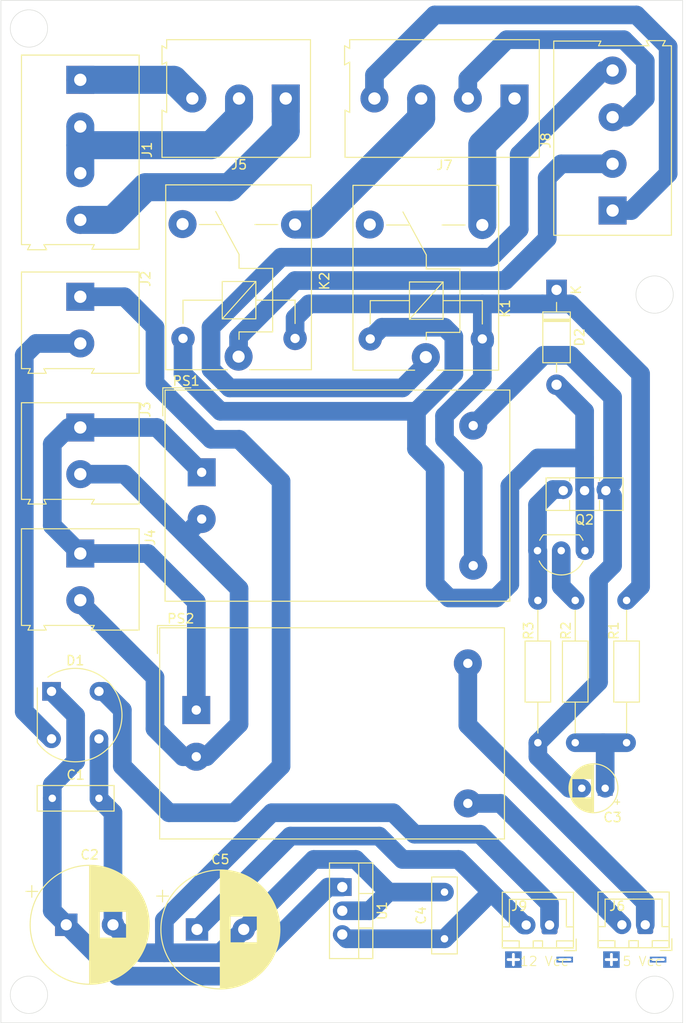
<source format=kicad_pcb>
(kicad_pcb (version 20241229) (generator "pcbnew") (generator_version "9.0")
  (layers (0 "F.Cu" signal) (2 "B.Cu" signal) (13 "F.Paste" user) (15 "B.Paste" user) (5 "F.SilkS" user "F.Silkscreen") (7 "B.SilkS" user "B.Silkscreen") (1 "F.Mask" user) (3 "B.Mask" user) (25 "Edge.Cuts" user))
  (net 0 "")
  (net 1 "Net-(D1-+)")
  (net 2 "12V GND")
  (net 3 "0")
  (net 4 "Net-(C3-Pad1)")
  (net 5 "Net-(J2-Pin_1)")
  (net 6 "Net-(J2-Pin_2)")
  (net 7 "Net-(D2-K)")
  (net 8 "Net-(D2-A)")
  (net 9 "Power GND")
  (net 10 "L2 -")
  (net 11 "IN SP R+")
  (net 12 "IN SP L+")
  (net 13 "OUT SP R+")
  (net 14 "OUT SP L+")
  (net 17 "Net-(Q1-E)")
  (net 18 "Net-(Q1-B)")
  (net 19 "L1 +")
  (net 20 "SP L-")
  (net 21 "SP R-")
  (net 22 "+12V")
  (net 23 "+5V")
  (net 24 "5V Gnd")
  (net 25 "230V AC (N)")
  (net 26 "230VAC")
  (footprint "Resistor_THT:R_Axial_DIN0207_L6.3mm_D2.5mm_P15.24mm_Horizontal" (layer "F.Cu") (at 91 91.26 -90)
    (property "Reference" "R3" (at 3.24 1 90) (layer "F.SilkS"))
    (property "Value" "100k")
    (pad "1" thru_hole circle (at 0 0 270) (size 1.6 1.6) (drill 0.8) (layers "*.Cu" "*.Mask") (net 17 "Net-(Q1-E)"))
    (pad "2" thru_hole oval (at 15.24 0 270) (size 1.6 1.6) (drill 0.8) (layers "*.Cu" "*.Mask") (net 3 "0"))
  )
  (footprint "Connector_JST:JST_XH_B2B-XH-A_1x02_P2.50mm_Vertical" (layer "F.Cu") (at 102.5 126 180)
    (property "Reference" "J6" (at 3 2 0) (layer "F.SilkS"))
    (property "Value" "OUT 5V CC")
    (pad "1" thru_hole roundrect (at 0 0 180) (size 1.7 2) (drill 1) (layers "*.Cu" "*.Mask") (roundrect_rratio 0.147059) (net 24 "5V Gnd"))
    (pad "2" thru_hole oval (at 2.5 0 180) (size 1.7 2) (drill 1) (layers "*.Cu" "*.Mask") (net 23 "+5V"))
  )
  (footprint "Components:TO-126-3_Vertical" (layer "F.Cu") (at 98.28 79.5 180)
    (property "Reference" "Q2" (at 2.28 -3.12 0) (layer "F.SilkS"))
    (property "Value" "BD235")
    (pad "1" thru_hole oval (at 2.28 0 180) (size 1.71 1.8) (drill 1) (layers "*.Cu" "*.Mask") (net 8 "Net-(D2-A)"))
    (pad "2" thru_hole oval (at 4.56 0 180) (size 1.71 1.8) (drill 1) (layers "*.Cu" "*.Mask") (net 17 "Net-(Q1-E)"))
    (pad "3" thru_hole rect (at 0 0 180) (size 1.71 1.8) (drill 1) (layers "*.Cu" "*.Mask") (net 3 "0"))
  )
  (footprint "Capacitor_THT:CP_Radial_D5.0mm_P2.50mm" (layer "F.Cu") (at 98.205113 111.38 180)
    (property "Reference" "C3" (at -0.794887 -3.12 0) (layer "F.SilkS"))
    (property "Value" "47u")
    (pad "1" thru_hole rect (at 0 0 180) (size 1.6 1.6) (drill 0.8) (layers "*.Cu" "*.Mask") (net 4 "Net-(C3-Pad1)"))
    (pad "2" thru_hole circle (at 2.5 0 180) (size 1.6 1.6) (drill 0.8) (layers "*.Cu" "*.Mask") (net 3 "0"))
  )
  (footprint "Package_TO_SOT_THT:TO-92L_Inline_Wide" (layer "F.Cu") (at 96.04 85.93 180)
    (property "Reference" "Q1" (hide yes))
    (property "Value" "BC171")
    (pad "1" thru_hole rect (at 0 0 180) (size 1.5 1.5) (drill 0.8) (layers "*.Cu" "*.Mask") (net 8 "Net-(D2-A)"))
    (pad "2" thru_hole circle (at 2.54 0 180) (size 1.5 1.5) (drill 0.8) (layers "*.Cu" "*.Mask") (net 18 "Net-(Q1-B)"))
    (pad "3" thru_hole circle (at 5.08 0 180) (size 1.5 1.5) (drill 0.8) (layers "*.Cu" "*.Mask") (net 17 "Net-(Q1-E)"))
  )
  (footprint "Components:TerminalBlock_Altech_AK300-4_P5.00mm" (layer "F.Cu") (at 42 35.5 -90)
    (property "Reference" "J1" (at 7.5 -7.15 90) (layer "F.SilkS"))
    (property "Value" "From Trfo Output")
    (pad "1" thru_hole rect (at 0 0 270) (size 3 3) (drill 1.32) (layers "*.Cu" "*.Mask") (net 19 "L1 +"))
    (pad "2" thru_hole circle (at 5 0 270) (size 3 3) (drill 1.32) (layers "*.Cu" "*.Mask") (net 9 "Power GND"))
    (pad "3" thru_hole circle (at 10 0 270) (size 3 3) (drill 1.32) (layers "*.Cu" "*.Mask") (net 9 "Power GND"))
    (pad "4" thru_hole circle (at 15 0 270) (size 3 3) (drill 1.32) (layers "*.Cu" "*.Mask") (net 10 "L2 -"))
  )
  (footprint "Resistor_THT:R_Axial_DIN0207_L6.3mm_D2.5mm_P15.24mm_Horizontal" (layer "F.Cu") (at 95 106.5 90)
    (property "Reference" "R2" (at 12 -1 90) (layer "F.SilkS"))
    (property "Value" "10k")
    (pad "1" thru_hole circle (at 0 0 90) (size 1.6 1.6) (drill 0.8) (layers "*.Cu" "*.Mask") (net 4 "Net-(C3-Pad1)"))
    (pad "2" thru_hole oval (at 15.24 0 90) (size 1.6 1.6) (drill 0.8) (layers "*.Cu" "*.Mask") (net 18 "Net-(Q1-B)"))
  )
  (footprint "Components:TerminalBlock_Altech_AK300-3_P5.00mm" (layer "F.Cu") (at 64 37.5 180)
    (property "Reference" "J5" (at 5 -7.1 0) (layer "F.SilkS"))
    (property "Value" "To Power Ampli Power IN")
    (pad "1" thru_hole rect (at 0 0 180) (size 3 3) (drill 1.32) (layers "*.Cu" "*.Mask") (net 10 "L2 -"))
    (pad "2" thru_hole circle (at 5 0 180) (size 3 3) (drill 1.32) (layers "*.Cu" "*.Mask") (net 9 "Power GND"))
    (pad "3" thru_hole circle (at 10 0 180) (size 3 3) (drill 1.32) (layers "*.Cu" "*.Mask") (net 19 "L1 +"))
  )
  (footprint "Components:Converter_ACDC_Hi-Link_HLK-PMxx" (layer "F.Cu") (at 54.9975 77.5375)
    (property "Reference" "PS1" (at -1.66 -9.79 0) (layer "F.SilkS"))
    (property "Value" "HLK-PM01")
    (pad "1" thru_hole rect (at 0 0) (size 3 3) (drill 1) (layers "*.Cu" "*.Mask") (net 26 "230VAC"))
    (pad "2" thru_hole circle (at 0 5) (size 3 3) (drill 1) (layers "*.Cu" "*.Mask") (net 25 "230V AC (N)"))
    (pad "3" thru_hole circle (at 29.08 -5) (size 3 3) (drill 1) (layers "*.Cu" "*.Mask") (net 3 "0"))
    (pad "4" thru_hole circle (at 29.08 10) (size 3 3) (drill 1) (layers "*.Cu" "*.Mask") (net 7 "Net-(D2-K)"))
  )
  (footprint "Capacitor_THT:C_Disc_D8.0mm_W2.5mm_P5.00mm" (layer "F.Cu") (at 81 127.5 90)
    (property "Reference" "C4" (at 2.5 -2.5 90) (layer "F.SilkS"))
    (property "Value" "100nF")
    (pad "1" thru_hole circle (at 0 0 90) (size 1.6 1.6) (drill 0.8) (layers "*.Cu" "*.Mask") (net 22 "+12V"))
    (pad "2" thru_hole circle (at 5 0 90) (size 1.6 1.6) (drill 0.8) (layers "*.Cu" "*.Mask") (net 2 "12V GND"))
  )
  (footprint "Diode_THT:Diode_Bridge_Round_D9.8mm" (layer "F.Cu") (at 38.92 101)
    (property "Reference" "D1" (at 2.54 -3.302 0) (layer "F.SilkS"))
    (property "Value" "B40C1500G")
    (pad "1" thru_hole rect (at 0 0) (size 2 2) (drill 1) (layers "*.Cu" "*.Mask") (net 1 "Net-(D1-+)"))
    (pad "2" thru_hole oval (at 0 5.08) (size 2 2) (drill 1) (layers "*.Cu" "*.Mask") (net 6 "Net-(J2-Pin_2)"))
    (pad "3" thru_hole oval (at 5.08 5.08) (size 2 2) (drill 1) (layers "*.Cu" "*.Mask") (net 2 "12V GND"))
    (pad "4" thru_hole oval (at 5.08 0) (size 2 2) (drill 1) (layers "*.Cu" "*.Mask") (net 5 "Net-(J2-Pin_1)"))
  )
  (footprint "Components:TerminalBlock_Altech_AK300-2_P5.00mm" (layer "F.Cu") (at 42 86.235 -90)
    (property "Reference" "J4" (at -1.735 -7.5 90) (layer "F.SilkS"))
    (property "Value" "IN 230V AC")
    (pad "1" thru_hole rect (at 0 0 270) (size 3 3) (drill 1.32) (layers "*.Cu" "*.Mask") (net 26 "230VAC"))
    (pad "2" thru_hole circle (at 5 0 270) (size 3 3) (drill 1.32) (layers "*.Cu" "*.Mask") (net 25 "230V AC (N)"))
  )
  (footprint "Components:Converter_ACDC_Hi-Link_HLK-PMxx" (layer "F.Cu") (at 54.42 103)
    (property "Reference" "PS2" (at -1.66 -9.79 0) (layer "F.SilkS"))
    (property "Value" "HLK-PM01")
    (pad "1" thru_hole rect (at 0 0) (size 3 3) (drill 1) (layers "*.Cu" "*.Mask") (net 26 "230VAC"))
    (pad "2" thru_hole circle (at 0 5) (size 3 3) (drill 1) (layers "*.Cu" "*.Mask") (net 25 "230V AC (N)"))
    (pad "3" thru_hole circle (at 29.08 -5) (size 3 3) (drill 1) (layers "*.Cu" "*.Mask") (net 24 "5V Gnd"))
    (pad "4" thru_hole circle (at 29.08 10) (size 3 3) (drill 1) (layers "*.Cu" "*.Mask") (net 23 "+5V"))
  )
  (footprint "Capacitor_THT:C_Disc_D8.0mm_W2.5mm_P5.00mm" (layer "F.Cu") (at 39 112.455)
    (property "Reference" "C1" (at 2.5 -2.5 0) (layer "F.SilkS"))
    (property "Value" "100nF")
    (pad "1" thru_hole circle (at 0 0) (size 1.6 1.6) (drill 0.8) (layers "*.Cu" "*.Mask") (net 1 "Net-(D1-+)"))
    (pad "2" thru_hole circle (at 5 0) (size 1.6 1.6) (drill 0.8) (layers "*.Cu" "*.Mask") (net 2 "12V GND"))
  )
  (footprint "Relay_THT:Relay_SPDT_SANYOU_SRD_Series_Form_C" (layer "F.Cu") (at 79 65.2 90)
    (property "Reference" "K1" (at 5.2 8.5 90) (layer "F.SilkS"))
    (property "Value" "SANYOU_SRD_Form_C")
    (pad "1" thru_hole circle (at 0 0 180) (size 3 3) (drill 1.3) (layers "*.Cu" "*.Mask") (net 14 "OUT SP L+"))
    (pad "2" thru_hole circle (at 1.95 6.05 180) (size 2.5 2.5) (drill 1) (layers "*.Cu" "*.Mask") (net 7 "Net-(D2-K)"))
    (pad "3" thru_hole circle (at 14.15 6.05 180) (size 3 3) (drill 1.3) (layers "*.Cu" "*.Mask") (net 12 "IN SP L+"))
    (pad "4" thru_hole circle (at 14.2 -6 180) (size 3 3) (drill 1.3) (layers "*.Cu" "*.Mask"))
    (pad "5" thru_hole circle (at 1.95 -5.95 180) (size 2.5 2.5) (drill 1) (layers "*.Cu" "*.Mask") (net 8 "Net-(D2-A)"))
  )
  (footprint "Package_TO_SOT_THT:TO-220-3_Vertical" (layer "F.Cu") (at 70.055 121.96 -90)
    (property "Reference" "U1" (at 2.54 -4.27 90) (layer "F.SilkS"))
    (property "Value" "LM7812_TO220")
    (pad "1" thru_hole rect (at 0 0 270) (size 1.905 2) (drill 1.1) (layers "*.Cu" "*.Mask") (net 1 "Net-(D1-+)"))
    (pad "2" thru_hole oval (at 2.54 0 270) (size 1.905 2) (drill 1.1) (layers "*.Cu" "*.Mask") (net 2 "12V GND"))
    (pad "3" thru_hole oval (at 5.08 0 270) (size 1.905 2) (drill 1.1) (layers "*.Cu" "*.Mask") (net 22 "+12V"))
  )
  (footprint "Connector_JST:JST_XH_B2B-XH-A_1x02_P2.50mm_Vertical" (layer "F.Cu") (at 92.25 126.025 180)
    (property "Reference" "J9" (at 3.25 2.025 0) (layer "F.SilkS"))
    (property "Value" "OUT 12V CC")
    (pad "1" thru_hole roundrect (at 0 0 180) (size 1.7 2) (drill 1) (layers "*.Cu" "*.Mask") (roundrect_rratio 0.147059) (net 2 "12V GND"))
    (pad "2" thru_hole oval (at 2.5 0 180) (size 1.7 2) (drill 1) (layers "*.Cu" "*.Mask") (net 22 "+12V"))
  )
  (footprint "Capacitor_THT:CP_Radial_D12.5mm_P5.00mm" (layer "F.Cu") (at 40.5 126)
    (property "Reference" "C2" (at 2.5 -7.5 0) (layer "F.SilkS"))
    (property "Value" "2200uF")
    (pad "1" thru_hole rect (at 0 0) (size 2.4 2.4) (drill 1.2) (layers "*.Cu" "*.Mask") (net 1 "Net-(D1-+)"))
    (pad "2" thru_hole circle (at 5 0) (size 2.4 2.4) (drill 1.2) (layers "*.Cu" "*.Mask") (net 2 "12V GND"))
  )
  (footprint "Components:TerminalBlock_Altech_AK300-4_P5.00mm" (layer "F.Cu") (at 88.5 37.5 180)
    (property "Reference" "J7" (at 7.5 -7.15 0) (layer "F.SilkS"))
    (property "Value" "From Ampli Output")
    (pad "1" thru_hole rect (at 0 0 180) (size 3 3) (drill 1.32) (layers "*.Cu" "*.Mask") (net 12 "IN SP L+"))
    (pad "2" thru_hole circle (at 5 0 180) (size 3 3) (drill 1.32) (layers "*.Cu" "*.Mask") (net 20 "SP L-"))
    (pad "3" thru_hole circle (at 10 0 180) (size 3 3) (drill 1.32) (layers "*.Cu" "*.Mask") (net 11 "IN SP R+"))
    (pad "4" thru_hole circle (at 15 0 180) (size 3 3) (drill 1.32) (layers "*.Cu" "*.Mask") (net 21 "SP R-"))
  )
  (footprint "Capacitor_THT:CP_Radial_D12.5mm_P5.00mm" (layer "F.Cu") (at 54.5 126.5)
    (property "Reference" "C5" (at 2.5 -7.5 0) (layer "F.SilkS"))
    (property "Value" "2200uF")
    (pad "1" thru_hole rect (at 0 0) (size 2.4 2.4) (drill 1.2) (layers "*.Cu" "*.Mask") (net 22 "+12V"))
    (pad "2" thru_hole circle (at 5 0) (size 2.4 2.4) (drill 1.2) (layers "*.Cu" "*.Mask") (net 2 "12V GND"))
  )
  (footprint "Components:TerminalBlock_Altech_AK300-2_P5.00mm" (layer "F.Cu") (at 42 58.735 -90)
    (property "Reference" "J2" (at -1.92 -6.99 90) (layer "F.SilkS"))
    (property "Value" "IN 12V AC")
    (pad "1" thru_hole rect (at 0 0 270) (size 3 3) (drill 1.32) (layers "*.Cu" "*.Mask") (net 5 "Net-(J2-Pin_1)"))
    (pad "2" thru_hole circle (at 5 0 270) (size 3 3) (drill 1.32) (layers "*.Cu" "*.Mask") (net 6 "Net-(J2-Pin_2)"))
  )
  (footprint "Components:TerminalBlock_Altech_AK300-2_P5.00mm" (layer "F.Cu") (at 42 72.735 -90)
    (property "Reference" "J3" (at -1.92 -6.99 90) (layer "F.SilkS"))
    (property "Value" "OUT 230V AC")
    (pad "1" thru_hole rect (at 0 0 270) (size 3 3) (drill 1.32) (layers "*.Cu" "*.Mask") (net 26 "230VAC"))
    (pad "2" thru_hole circle (at 5 0 270) (size 3 3) (drill 1.32) (layers "*.Cu" "*.Mask") (net 25 "230V AC (N)"))
  )
  (footprint "Diode_THT:D_DO-41_SOD81_P10.16mm_Horizontal" (layer "F.Cu") (at 93 58 -90)
    (property "Reference" "D2" (at 5.08 -2.47 90) (layer "F.SilkS"))
    (property "Value" "1N4001")
    (fp_text user "K" (at 0 -2.1 90) (layer "F.SilkS"))
    (pad "1" thru_hole rect (at 0 0 270) (size 2.2 2.2) (drill 1.1) (layers "*.Cu" "*.Mask") (net 7 "Net-(D2-K)"))
    (pad "2" thru_hole oval (at 10.16 0 270) (size 2.2 2.2) (drill 1.1) (layers "*.Cu" "*.Mask") (net 8 "Net-(D2-A)"))
  )
  (footprint "Resistor_THT:R_Axial_DIN0207_L6.3mm_D2.5mm_P15.24mm_Horizontal" (layer "F.Cu") (at 100.5 91.26 -90)
    (property "Reference" "R1" (at 3.24 1.37 90) (layer "F.SilkS"))
    (property "Value" "100k")
    (pad "1" thru_hole circle (at 0 0 270) (size 1.6 1.6) (drill 0.8) (layers "*.Cu" "*.Mask") (net 7 "Net-(D2-K)"))
    (pad "2" thru_hole oval (at 15.24 0 270) (size 1.6 1.6) (drill 0.8) (layers "*.Cu" "*.Mask") (net 4 "Net-(C3-Pad1)"))
  )
  (footprint "Components:TerminalBlock_Altech_AK300-4_P5.00mm" (layer "F.Cu") (at 99 49.5 90)
    (property "Reference" "J8" (at 7.5 -7.15 90) (layer "F.SilkS"))
    (property "Value" "To Speakers")
    (pad "1" thru_hole rect (at 0 0 90) (size 3 3) (drill 1.32) (layers "*.Cu" "*.Mask") (net 21 "SP R-"))
    (pad "2" thru_hole circle (at 5 0 90) (size 3 3) (drill 1.32) (layers "*.Cu" "*.Mask") (net 13 "OUT SP R+"))
    (pad "3" thru_hole circle (at 10 0 90) (size 3 3) (drill 1.32) (layers "*.Cu" "*.Mask") (net 20 "SP L-"))
    (pad "4" thru_hole circle (at 15 0 90) (size 3 3) (drill 1.32) (layers "*.Cu" "*.Mask") (net 14 "OUT SP L+"))
  )
  (footprint "Relay_THT:Relay_SPDT_SANYOU_SRD_Series_Form_C" (layer "F.Cu") (at 58.95 65.15 90)
    (property "Reference" "K2" (at 8.1 9.2 90) (layer "F.SilkS"))
    (property "Value" "SANYOU_SRD_Form_C")
    (pad "1" thru_hole circle (at 0 0 180) (size 3 3) (drill 1.3) (layers "*.Cu" "*.Mask") (net 13 "OUT SP R+"))
    (pad "2" thru_hole circle (at 1.95 6.05 180) (size 2.5 2.5) (drill 1) (layers "*.Cu" "*.Mask") (net 7 "Net-(D2-K)"))
    (pad "3" thru_hole circle (at 14.15 6.05 180) (size 3 3) (drill 1.3) (layers "*.Cu" "*.Mask") (net 11 "IN SP R+"))
    (pad "4" thru_hole circle (at 14.2 -6 180) (size 3 3) (drill 1.3) (layers "*.Cu" "*.Mask"))
    (pad "5" thru_hole circle (at 1.95 -5.95 180) (size 2.5 2.5) (drill 1) (layers "*.Cu" "*.Mask") (net 8 "Net-(D2-A)"))
  )
  (gr_circle (center 103.5 58.5) (end 105.5 58.5) (stroke (width 0.05)) (fill no) (layer "Edge.Cuts"))
  (gr_circle (center 103.5 133.5) (end 105.5 133.5) (stroke (width 0.05)) (fill no) (layer "Edge.Cuts"))
  (gr_circle (center 36.5 30) (end 38.5 30) (stroke (width 0.05)) (fill no) (layer "Edge.Cuts"))
  (gr_rect (start 33.5 27) (end 106.5 136.5) (stroke (width 0.05)) (fill no) (layer "Edge.Cuts"))
  (gr_circle (center 36.5 133.5) (end 38.5 133.5) (stroke (width 0.05)) (fill no) (layer "Edge.Cuts"))
  (gr_text "-" (at 95 130.5 0) (layer "B.Cu" knockout) (effects (font (size 1.5 1.5) (thickness 0.3) (bold yes)) (justify left bottom mirror)))
  (gr_text "+" (at 100 130.5 0) (layer "B.Cu" knockout) (effects (font (size 1.5 1.5) (thickness 0.3) (bold yes)) (justify left bottom mirror)))
  (gr_text "-" (at 105 130.5 0) (layer "B.Cu" knockout) (effects (font (size 1.5 1.5) (thickness 0.3) (bold yes)) (justify left bottom mirror)))
  (gr_text "+" (at 89.5 130.5 0) (layer "B.Cu" knockout) (effects (font (size 1.5 1.5) (thickness 0.3) (bold yes)) (justify left bottom mirror)))
  (gr_text "12 Vcc" (at 89 130.5 0) (layer "F.SilkS") (effects (font (size 1 1) (thickness 0.1)) (justify left bottom)))
  (gr_text "5 Vcc" (at 100 130.5 0) (layer "F.SilkS") (effects (font (size 1 1) (thickness 0.1)) (justify left bottom)))
  (segment (start 46 131.5) (end 59 131.5) (width 2) (layer "B.Cu") (net 1))
  (segment (start 40.5 126) (end 39 124.5) (width 2) (layer "B.Cu") (net 1))
  (segment (start 68.54 121.96) (end 70.055 121.96) (width 2) (layer "B.Cu") (net 1))
  (segment (start 59 131.5) (end 68.54 121.96) (width 2) (layer "B.Cu") (net 1))
  (segment (start 39 124.5) (end 39 112.455) (width 2) (layer "B.Cu") (net 1))
  (segment (start 41.5 108.5) (end 39 111) (width 2) (layer "B.Cu") (net 1))
  (segment (start 40.5 126) (end 46 131.5) (width 2) (layer "B.Cu") (net 1))
  (segment (start 38.92 101) (end 41.5 103.58) (width 2) (layer "B.Cu") (net 1))
  (segment (start 41.5 103.58) (end 41.5 108.5) (width 2) (layer "B.Cu") (net 1))
  (segment (start 39 111) (end 39 112.455) (width 2) (layer "B.Cu") (net 1))
  (segment (start 51 125.5) (end 62.5 114) (width 2) (layer "B.Cu") (net 2))
  (segment (start 57 129) (end 48.5 129) (width 2) (layer "B.Cu") (net 2))
  (segment (start 59.5 126.5) (end 57 129) (width 2) (layer "B.Cu") (net 2))
  (segment (start 92.25 123.75) (end 92.25 126.025) (width 2) (layer "B.Cu") (net 2))
  (segment (start 44 106.08) (end 44 112.455) (width 2) (layer "B.Cu") (net 2))
  (segment (start 67 119) (end 71.5 119) (width 2) (layer "B.Cu") (net 2))
  (segment (start 62.5 114) (end 75.5 114) (width 2) (layer "B.Cu") (net 2))
  (segment (start 75 122.5) (end 71.5 119) (width 2) (layer "B.Cu") (net 2))
  (segment (start 51 129) (end 51 125.5) (width 2) (layer "B.Cu") (net 2))
  (segment (start 81 122.5) (end 75 122.5) (width 2) (layer "B.Cu") (net 2))
  (segment (start 48.5 129) (end 45.5 126) (width 2) (layer "B.Cu") (net 2))
  (segment (start 77.799 116.299) (end 84.799 116.299) (width 2) (layer "B.Cu") (net 2))
  (segment (start 73 124.5) (end 75 122.5) (width 2) (layer "B.Cu") (net 2))
  (segment (start 59.5 126.5) (end 67 119) (width 2) (layer "B.Cu") (net 2))
  (segment (start 75.5 114) (end 77.799 116.299) (width 2) (layer "B.Cu") (net 2))
  (segment (start 44 112.5) (end 45.5 114) (width 2) (layer "B.Cu") (net 2))
  (segment (start 70.055 124.5) (end 73 124.5) (width 2) (layer "B.Cu") (net 2))
  (segment (start 44 112.455) (end 44 112.5) (width 2) (layer "B.Cu") (net 2))
  (segment (start 84.799 116.299) (end 92.25 123.75) (width 2) (layer "B.Cu") (net 2))
  (segment (start 45.5 114) (end 45.5 126) (width 2) (layer "B.Cu") (net 2))
  (segment (start 94.38 111.38) (end 95.705113 111.38) (width 2) (layer "B.Cu") (net 3))
  (segment (start 84.0775 72.5375) (end 91.615 65) (width 2) (layer "B.Cu") (net 3))
  (segment (start 99 69.5) (end 99 78.665) (width 2) (layer "B.Cu") (net 3))
  (segment (start 97.5 100) (end 91 106.5) (width 2) (layer "B.Cu") (net 3))
  (segment (start 97.5 89) (end 97.5 100) (width 2) (layer "B.Cu") (net 3))
  (segment (start 94.5 65) (end 99 69.5) (width 2) (layer "B.Cu") (net 3))
  (segment (start 91.615 65) (end 94.5 65) (width 2) (layer "B.Cu") (net 3))
  (segment (start 99 80.095) (end 99 87.5) (width 2) (layer "B.Cu") (net 3))
  (segment (start 98.285 79.38) (end 99 80.095) (width 2) (layer "B.Cu") (net 3))
  (segment (start 99 78.665) (end 98.285 79.38) (width 2) (layer "B.Cu") (net 3))
  (segment (start 91 108) (end 94.38 111.38) (width 2) (layer "B.Cu") (net 3))
  (segment (start 99 87.5) (end 97.5 89) (width 2) (layer "B.Cu") (net 3))
  (segment (start 91 106.5) (end 91 106.674887) (width 2) (layer "B.Cu") (net 3))
  (segment (start 91 106.5) (end 91 108) (width 2) (layer "B.Cu") (net 3))
  (segment (start 98 106.5) (end 100.5 106.5) (width 2) (layer "B.Cu") (net 4))
  (segment (start 95 106.5) (end 98 106.5) (width 2) (layer "B.Cu") (net 4))
  (segment (start 98.205113 106.705113) (end 98 106.5) (width 2) (layer "B.Cu") (net 4))
  (segment (start 98.205113 111.38) (end 98.205113 106.705113) (width 2) (layer "B.Cu") (net 4))
  (segment (start 59 74) (end 56 74) (width 2) (layer "B.Cu") (net 5))
  (segment (start 46.735 58.735) (end 42 58.735) (width 2) (layer "B.Cu") (net 5))
  (segment (start 58.5 114) (end 63.5 109) (width 2) (layer "B.Cu") (net 5))
  (segment (start 46.5 103) (end 46.5 109) (width 2) (layer "B.Cu") (net 5))
  (segment (start 50 62) (end 46.735 58.735) (width 2) (layer "B.Cu") (net 5))
  (segment (start 51.5 114) (end 58.5 114) (width 2) (layer "B.Cu") (net 5))
  (segment (start 46.5 109) (end 51.5 114) (width 2) (layer "B.Cu") (net 5))
  (segment (start 63.5 78.5) (end 59 74) (width 2) (layer "B.Cu") (net 5))
  (segment (start 50 68) (end 50 62) (width 2) (layer "B.Cu") (net 5))
  (segment (start 63.5 109) (end 63.5 78.5) (width 2) (layer "B.Cu") (net 5))
  (segment (start 56 74) (end 50 68) (width 2) (layer "B.Cu") (net 5))
  (segment (start 44.5 101) (end 46.5 103) (width 2) (layer "B.Cu") (net 5))
  (segment (start 44 101) (end 44.5 101) (width 2) (layer "B.Cu") (net 5))
  (segment (start 36 103.16) (end 36 65) (width 2) (layer "B.Cu") (net 6))
  (segment (start 37.265 63.735) (end 42 63.735) (width 2) (layer "B.Cu") (net 6))
  (segment (start 36 65) (end 37.265 63.735) (width 2) (layer "B.Cu") (net 6))
  (segment (start 38.92 106.08) (end 36 103.16) (width 2) (layer "B.Cu") (net 6))
  (segment (start 65 63.2) (end 65 61) (width 2) (layer "B.Cu") (net 7))
  (segment (start 85.05 59.5) (end 85.05 63.25) (width 2) (layer "B.Cu") (net 7))
  (segment (start 85.05 67.45) (end 81 71.5) (width 2) (layer "B.Cu") (net 7))
  (segment (start 94.5 59.5) (end 102 67) (width 2) (layer "B.Cu") (net 7))
  (segment (start 102 89.76) (end 100.5 91.26) (width 2) (layer "B.Cu") (net 7))
  (segment (start 93 58) (end 93 59.5) (width 2) (layer "B.Cu") (net 7))
  (segment (start 85.05 63.25) (end 85.05 67.45) (width 2) (layer "B.Cu") (net 7))
  (segment (start 66.5 59.5) (end 82.5 59.5) (width 2) (layer "B.Cu") (net 7))
  (segment (start 85.3 63.5) (end 85.05 63.25) (width 2) (layer "B.Cu") (net 7))
  (segment (start 102 67) (end 102 89.76) (width 2) (layer "B.Cu") (net 7))
  (segment (start 91.5 59.5) (end 94.5 59.5) (width 2) (layer "B.Cu") (net 7))
  (segment (start 65 61) (end 66.5 59.5) (width 2) (layer "B.Cu") (net 7))
  (segment (start 91.5 59.5) (end 82.5 59.5) (width 2) (layer "B.Cu") (net 7))
  (segment (start 81 71.5) (end 81 74) (width 2) (layer "B.Cu") (net 7))
  (segment (start 84.0775 77.0775) (end 84.0775 87.5375) (width 2) (layer "B.Cu") (net 7))
  (segment (start 81 74) (end 84.0775 77.0775) (width 2) (layer "B.Cu") (net 7))
  (segment (start 78 71) (end 57 71) (width 2) (layer "B.Cu") (net 8))
  (segment (start 88 89.5) (end 86.5 91) (width 2) (layer "B.Cu") (net 8))
  (segment (start 80 77) (end 78 75) (width 2) (layer "B.Cu") (net 8))
  (segment (start 57 71) (end 53 67) (width 2) (layer "B.Cu") (net 8))
  (segment (start 82 67) (end 78.299 70.701) (width 2) (layer "B.Cu") (net 8))
  (segment (start 93 68.16) (end 93.16 68.16) (width 2) (layer "B.Cu") (net 8))
  (segment (start 78 71) (end 78.299 70.701) (width 2) (layer "B.Cu") (net 8))
  (segment (start 80 89.5) (end 80 77) (width 2) (layer "B.Cu") (net 8))
  (segment (start 53 67) (end 53 63.2) (width 2) (layer "B.Cu") (net 8))
  (segment (start 93.16 68.16) (end 96.005 71.005) (width 2) (layer "B.Cu") (net 8))
  (segment (start 96.005 76) (end 91 76) (width 2) (layer "B.Cu") (net 8))
  (segment (start 88 79) (end 88 89.5) (width 2) (layer "B.Cu") (net 8))
  (segment (start 96.04 85.93) (end 96.04 79.415) (width 2) (layer "B.Cu") (net 8))
  (segment (start 81 62) (end 82 63) (width 2) (layer "B.Cu") (net 8))
  (segment (start 82 63) (end 82 67) (width 2) (layer "B.Cu") (net 8))
  (segment (start 73.05 63.25) (end 74.3 62) (width 2) (layer "B.Cu") (net 8))
  (segment (start 96.04 79.415) (end 96.005 79.38) (width 2) (layer "B.Cu") (net 8))
  (segment (start 78 75) (end 78 71) (width 2) (layer "B.Cu") (net 8))
  (segment (start 74.3 62) (end 81 62) (width 2) (layer "B.Cu") (net 8))
  (segment (start 96.005 71.005) (end 96.005 79.38) (width 2) (layer "B.Cu") (net 8))
  (segment (start 81.5 91) (end 80 89.5) (width 2) (layer "B.Cu") (net 8))
  (segment (start 86.5 91) (end 81.5 91) (width 2) (layer "B.Cu") (net 8))
  (segment (start 91 76) (end 88 79) (width 2) (layer "B.Cu") (net 8))
  (segment (start 56 42.5) (end 42 42.5) (width 3) (layer "B.Cu") (net 9))
  (segment (start 59 37.5) (end 59 39.5) (width 3) (layer "B.Cu") (net 9))
  (segment (start 42 42.5) (end 42 45.5) (width 3) (layer "B.Cu") (net 9))
  (segment (start 59 39.5) (end 56 42.5) (width 3) (layer "B.Cu") (net 9))
  (segment (start 42 40.5) (end 42 42.5) (width 3) (layer "B.Cu") (net 9))
  (segment (start 45.5 50.5) (end 42 50.5) (width 3) (layer "B.Cu") (net 10))
  (segment (start 64 37.5) (end 64 41) (width 3) (layer "B.Cu") (net 10))
  (segment (start 64 41) (end 58 47) (width 3) (layer "B.Cu") (net 10))
  (segment (start 49 47) (end 45.5 50.5) (width 3) (layer "B.Cu") (net 10))
  (segment (start 58 47) (end 49 47) (width 3) (layer "B.Cu") (net 10))
  (segment (start 78.5 39.62132) (end 78.5 37.5) (width 3) (layer "B.Cu") (net 11))
  (segment (start 67.12132 51) (end 78.5 39.62132) (width 3) (layer "B.Cu") (net 11))
  (segment (start 65 51) (end 67.12132 51) (width 3) (layer "B.Cu") (net 11))
  (segment (start 85.05 51.05) (end 85.05 42.45) (width 3) (layer "B.Cu") (net 12))
  (segment (start 88.5 39) (end 88.5 37.5) (width 3) (layer "B.Cu") (net 12))
  (segment (start 85.05 42.45) (end 88.5 39) (width 3) (layer "B.Cu") (net 12))
  (segment (start 58.95 65.15) (end 58.95 63.05) (width 2) (layer "B.Cu") (net 13))
  (segment (start 58.95 63.05) (end 65 57) (width 2) (layer "B.Cu") (net 13))
  (segment (start 93.5 44.5) (end 99 44.5) (width 2) (layer "B.Cu") (net 13))
  (segment (start 92 46) (end 93.5 44.5) (width 2) (layer "B.Cu") (net 13))
  (segment (start 65 57) (end 87.5 57) (width 2) (layer "B.Cu") (net 13))
  (segment (start 92 52.5) (end 92 46) (width 2) (layer "B.Cu") (net 13))
  (segment (start 87.5 57) (end 92 52.5) (width 2) (layer "B.Cu") (net 13))
  (segment (start 86 54.5) (end 89 51.5) (width 2) (layer "B.Cu") (net 14))
  (segment (start 63.5 54.5) (end 86 54.5) (width 2) (layer "B.Cu") (net 14))
  (segment (start 56 66.509896) (end 56 62) (width 2) (layer "B.Cu") (net 14))
  (segment (start 56 62) (end 63.5 54.5) (width 2) (layer "B.Cu") (net 14))
  (segment (start 79 66) (end 76.5 68.5) (width 2) (layer "B.Cu") (net 14))
  (segment (start 89 43.5) (end 98 34.5) (width 2) (layer "B.Cu") (net 14))
  (segment (start 98 34.5) (end 99 34.5) (width 2) (layer "B.Cu") (net 14))
  (segment (start 89 51.5) (end 89 43.5) (width 2) (layer "B.Cu") (net 14))
  (segment (start 79 65.2) (end 79 66) (width 2) (layer "B.Cu") (net 14))
  (segment (start 76.5 68.5) (end 57.990104 68.5) (width 2) (layer "B.Cu") (net 14))
  (segment (start 57.990104 68.5) (end 56 66.509896) (width 2) (layer "B.Cu") (net 14))
  (segment (start 92.62 79.38) (end 90.96 81.04) (width 2) (layer "B.Cu") (net 17))
  (segment (start 90.96 81.04) (end 90.96 85.93) (width 2) (layer "B.Cu") (net 17))
  (segment (start 91 85.97) (end 90.96 85.93) (width 2) (layer "B.Cu") (net 17))
  (segment (start 91 91.26) (end 91 85.97) (width 2) (layer "B.Cu") (net 17))
  (segment (start 90.96 91.22) (end 91 91.26) (width 2) (layer "B.Cu") (net 17))
  (segment (start 93.725 79.38) (end 92.62 79.38) (width 2) (layer "B.Cu") (net 17))
  (segment (start 93.5 85.93) (end 93.5 89.76) (width 2) (layer "B.Cu") (net 18))
  (segment (start 93.5 89.76) (end 95 91.26) (width 2) (layer "B.Cu") (net 18))
  (segment (start 42 35.5) (end 52 35.5) (width 3) (layer "B.Cu") (net 19))
  (segment (start 52 35.5) (end 54 37.5) (width 3) (layer "B.Cu") (net 19))
  (segment (start 102.5 33.5) (end 102.5 37.5) (width 2) (layer "B.Cu") (net 20))
  (segment (start 100.5 39.5) (end 99 39.5) (width 2) (layer "B.Cu") (net 20))
  (segment (start 87.67768 31.201) (end 100.201 31.201) (width 2) (layer "B.Cu") (net 20))
  (segment (start 83.5 37.5) (end 83.5 35.37868) (width 2) (layer "B.Cu") (net 20))
  (segment (start 83.5 35.37868) (end 87.67768 31.201) (width 2) (layer "B.Cu") (net 20))
  (segment (start 100.201 31.201) (end 102.5 33.5) (width 2) (layer "B.Cu") (net 20))
  (segment (start 102.5 37.5) (end 100.5 39.5) (width 2) (layer "B.Cu") (net 20))
  (segment (start 73.5 37.5) (end 73.5 35) (width 2) (layer "B.Cu") (net 21))
  (segment (start 104.949 31.949) (end 104.949 45.551) (width 2) (layer "B.Cu") (net 21))
  (segment (start 79.949 28.551) (end 101.551 28.551) (width 2) (layer "B.Cu") (net 21))
  (segment (start 104.949 45.551) (end 101 49.5) (width 2) (layer "B.Cu") (net 21))
  (segment (start 73.5 35) (end 79.949 28.551) (width 2) (layer "B.Cu") (net 21))
  (segment (start 101 49.5) (end 99 49.5) (width 2) (layer "B.Cu") (net 21))
  (segment (start 101.551 28.551) (end 104.949 31.949) (width 2) (layer "B.Cu") (net 21))
  (segment (start 76.5 119) (end 82.5 119) (width 2) (layer "B.Cu") (net 22))
  (segment (start 70.055 127.04) (end 70.515 127.5) (width 2) (layer "B.Cu") (net 22))
  (segment (start 74 116.5) (end 76.5 119) (width 2) (layer "B.Cu") (net 22))
  (segment (start 64.5 116.5) (end 74 116.5) (width 2) (layer "B.Cu") (net 22))
  (segment (start 81 127.5) (end 85.75 122.75) (width 2) (layer "B.Cu") (net 22))
  (segment (start 82.5 119) (end 89.525 126.025) (width 2) (layer "B.Cu") (net 22))
  (segment (start 89.525 126.025) (end 89.75 126.025) (width 2) (layer "B.Cu") (net 22))
  (segment (start 54.5 126.5) (end 64.5 116.5) (width 2) (layer "B.Cu") (net 22))
  (segment (start 70.515 127.5) (end 81 127.5) (width 2) (layer "B.Cu") (net 22))
  (segment (start 83.5 113) (end 87 113) (width 2) (layer "B.Cu") (net 23))
  (segment (start 87 113) (end 100 126) (width 2) (layer "B.Cu") (net 23))
  (segment (start 83.5 98) (end 83.5 104.612684) (width 2) (layer "B.Cu") (net 24))
  (segment (start 102.5 123.612684) (end 102.5 126) (width 2) (layer "B.Cu") (net 24))
  (segment (start 83.5 104.612684) (end 102.5 123.612684) (width 2) (layer "B.Cu") (net 24))
  (segment (start 42 91.5) (end 50 99.5) (width 2) (layer "B.Cu") (net 25))
  (segment (start 50 99.5) (end 50 105) (width 2) (layer "B.Cu") (net 25))
  (segment (start 53 108) (end 54.42 108) (width 2) (layer "B.Cu") (net 25))
  (segment (start 50 105) (end 53 108) (width 2) (layer "B.Cu") (net 25))
  (segment (start 53.285 84.25) (end 53.25 84.25) (width 2) (layer "B.Cu") (net 25))
  (segment (start 59 90) (end 53.25 84.25) (width 2) (layer "B.Cu") (net 25))
  (segment (start 42 91.235) (end 42 91.5) (width 2) (layer "B.Cu") (net 25))
  (segment (start 55.5 108) (end 59 104.5) (width 2) (layer "B.Cu") (net 25))
  (segment (start 54.42 108) (end 55.5 108) (width 2) (layer "B.Cu") (net 25))
  (segment (start 54.9975 82.5375) (end 53.285 84.25) (width 2) (layer "B.Cu") (net 25))
  (segment (start 53.25 84.25) (end 46.735 77.735) (width 2) (layer "B.Cu") (net 25))
  (segment (start 46.735 77.735) (end 42 77.735) (width 2) (layer "B.Cu") (net 25))
  (segment (start 59 104.5) (end 59 90) (width 2) (layer "B.Cu") (net 25))
  (segment (start 54.42 91.42) (end 49.235 86.235) (width 2) (layer "B.Cu") (net 26))
  (segment (start 54.42 103) (end 54.42 91.42) (width 2) (layer "B.Cu") (net 26))
  (segment (start 50.195 72.735) (end 54.9975 77.5375) (width 2) (layer "B.Cu") (net 26))
  (segment (start 39 74.5) (end 39 83.235) (width 2) (layer "B.Cu") (net 26))
  (segment (start 42 72.735) (end 40.765 72.735) (width 2) (layer "B.Cu") (net 26))
  (segment (start 49.235 86.235) (end 42 86.235) (width 2) (layer "B.Cu") (net 26))
  (segment (start 39 83.235) (end 42 86.235) (width 2) (layer "B.Cu") (net 26))
  (segment (start 40.765 72.735) (end 39 74.5) (width 2) (layer "B.Cu") (net 26))
  (segment (start 42 72.735) (end 50.195 72.735) (width 2) (layer "B.Cu") (net 26))
)
</source>
